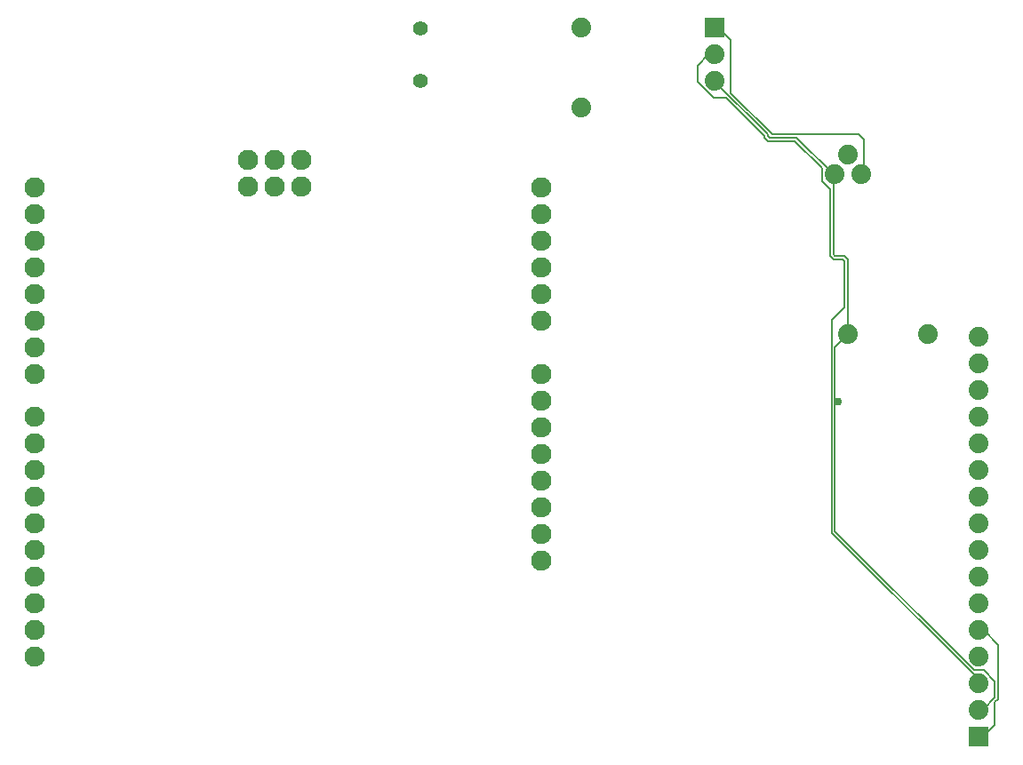
<source format=gbr>
G04 EAGLE Gerber RS-274X export*
G75*
%MOMM*%
%FSLAX34Y34*%
%LPD*%
%INBottom Copper*%
%IPPOS*%
%AMOC8*
5,1,8,0,0,1.08239X$1,22.5*%
G01*
%ADD10C,1.930400*%
%ADD11R,1.879600X1.879600*%
%ADD12C,1.879600*%
%ADD13C,1.400000*%
%ADD14C,0.152400*%
%ADD15C,0.756400*%


D10*
X508000Y355600D03*
X508000Y381000D03*
X508000Y406400D03*
X508000Y431800D03*
X508000Y457200D03*
X508000Y482600D03*
X508000Y508000D03*
X508000Y533400D03*
X508000Y584200D03*
X508000Y609600D03*
X508000Y635000D03*
X508000Y660400D03*
X508000Y685800D03*
X508000Y711200D03*
X25400Y711200D03*
X25400Y685800D03*
X25400Y660400D03*
X25400Y635000D03*
X25400Y609600D03*
X25400Y584200D03*
X25400Y558800D03*
X25400Y533400D03*
X25400Y492760D03*
X25400Y467360D03*
X25400Y441960D03*
X25400Y416560D03*
X25400Y391160D03*
X25400Y365760D03*
X25400Y340360D03*
X25400Y314960D03*
X25400Y289560D03*
X25400Y264160D03*
X229100Y712600D03*
X229100Y738000D03*
X254500Y712600D03*
X254500Y738000D03*
X279900Y712600D03*
X279900Y738000D03*
D11*
X924500Y188000D03*
D12*
X924500Y213400D03*
X924500Y238800D03*
X924500Y264200D03*
X924500Y289600D03*
X924500Y315000D03*
X924500Y340400D03*
X924500Y365800D03*
X924500Y391200D03*
X924500Y416600D03*
X924500Y442000D03*
X924500Y467400D03*
X924500Y492800D03*
X924500Y518200D03*
X924500Y543600D03*
X924500Y569000D03*
D13*
X392900Y813200D03*
X392900Y863200D03*
D12*
X546100Y787400D03*
X546100Y863600D03*
X800100Y571500D03*
X876300Y571500D03*
X812800Y723900D03*
X800100Y742950D03*
X787400Y723900D03*
D11*
X672950Y863600D03*
D12*
X672950Y838200D03*
X672950Y812800D03*
D14*
X751332Y758952D02*
X786384Y723900D01*
X751332Y758952D02*
X725424Y758952D01*
X723900Y760476D01*
X723900Y762000D01*
X673608Y812292D01*
X672950Y812800D01*
X800100Y643128D02*
X800100Y571500D01*
X800100Y643128D02*
X797052Y646176D01*
X787908Y646176D01*
X786384Y647700D01*
X786384Y723900D01*
X787400Y723900D01*
X925068Y214884D02*
X929640Y214884D01*
X940308Y225552D01*
X940308Y240792D01*
X929640Y251460D01*
X920496Y251460D01*
X787908Y384048D01*
X787908Y507492D02*
X787908Y559308D01*
X787908Y507492D02*
X787908Y384048D01*
X787908Y559308D02*
X800100Y571500D01*
X925068Y214884D02*
X924500Y213400D01*
X790956Y507492D02*
X787908Y507492D01*
D15*
X790956Y507492D03*
D14*
X925068Y188976D02*
X929640Y188976D01*
X940308Y199644D01*
X940308Y220980D01*
X943356Y224028D01*
X943356Y275844D01*
X929640Y289560D01*
X925068Y289560D01*
X925068Y188976D02*
X924500Y188000D01*
X925068Y289560D02*
X924500Y289600D01*
X678180Y862584D02*
X673608Y862584D01*
X678180Y862584D02*
X688848Y851916D01*
X688848Y801624D01*
X728472Y762000D01*
X810768Y762000D01*
X815340Y757428D01*
X815340Y725424D01*
X813816Y723900D01*
X673608Y862584D02*
X672950Y863600D01*
X812800Y723900D02*
X813816Y723900D01*
X672950Y838200D02*
X667512Y838200D01*
X656844Y827532D01*
X656844Y812292D01*
X672084Y797052D01*
X684276Y797052D01*
X720852Y760476D01*
X720852Y758952D01*
X723900Y755904D01*
X749808Y755904D01*
X775716Y729996D01*
X775716Y717804D01*
X783336Y710184D01*
X783336Y646176D01*
X786384Y643128D01*
X795528Y643128D01*
X797052Y641604D01*
X797052Y597408D01*
X784860Y585216D01*
X784860Y382524D01*
X923544Y243840D01*
X923544Y239268D01*
X924500Y238800D01*
M02*

</source>
